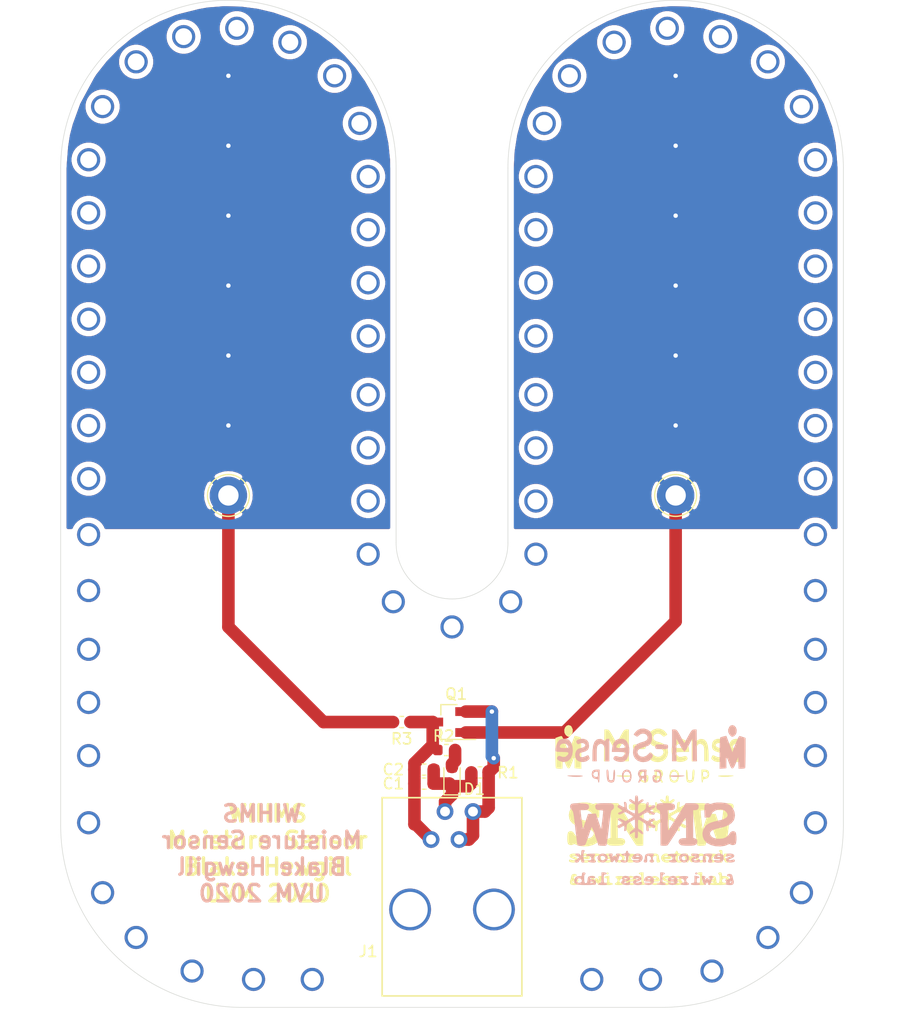
<source format=kicad_pcb>
(kicad_pcb (version 20171130) (host pcbnew "(5.1.4)-1")
  (title_block (date 2020-01-28))
  (layers (0 F.Cu signal) (31 B.Cu signal) (34 B.Paste user) (35 F.Paste user) (36 B.SilkS user) (37 F.SilkS user) (38 B.Mask user) (39 F.Mask user) (44 Edge.Cuts user))
  (net 0 "")
  (net 1 /V+)
  (net 2 GND)
  (net 3 "Net-(D1-Pad2)")
  (net 4 /Vsense)
  (net 5 "Net-(LEAD1-Pad1)")
  (net 6 "Net-(LEAD2-Pad1)")
  (module MountingHole:MountingHole_2.1mm (layer B.Cu) (at 152.4 115.316 180)
    (fp_text reference REF** hide)
    (fp_text value MountingHole_2.1mm)
    (pad "" np_thru_hole circle (at 0 0 180) (size 2.1 2.1) (drill 1.524) (layers *.Cu *.Mask))
  )
  (module I2CbusBoard:Snow (layer B.Cu) (at 170.688 134.874 180)
    (fp_text reference G*** hide)
    (fp_text value LOGO hide)
  )
  (module I2CbusBoard:Snow (layer F.Cu) (at 170.434 134.874)
    (fp_text reference G*** hide)
    (fp_text value LOGO hide)
  )
  (module I2CbusBoard:Msense (layer B.Cu) (at 170.688 126.746 180)
    (fp_text reference G*** hide)
    (fp_text value LOGO hide)
  )
  (module I2CbusBoard:Msense (layer F.Cu) (at 170.18 126.746)
    (fp_text reference G*** hide)
    (fp_text value LOGO hide)
  )
  (module MountingHole:MountingHole_2.1mm (layer B.Cu) (at 128.778 146.558 180)
    (fp_text reference REF** hide)
    (fp_text value MountingHole_2.1mm)
    (pad "" np_thru_hole circle (at 0 0 180) (size 2.1 2.1) (drill 1.524) (layers *.Cu *.Mask))
  )
  (module MountingHole:MountingHole_2.1mm (layer B.Cu) (at 144.780001 99.06 180)
    (fp_text reference REF** hide)
    (fp_text value MountingHole_2.1mm)
    (pad "" np_thru_hole circle (at 0 0 180) (size 2.1 2.1) (drill 1.524) (layers *.Cu *.Mask))
  )
  (module MountingHole:MountingHole_2.1mm (layer B.Cu) (at 144.780001 74.422 180)
    (fp_text reference REF** hide)
    (fp_text value MountingHole_2.1mm)
    (pad "" np_thru_hole circle (at 0 0 180) (size 2.1 2.1) (drill 1.524) (layers *.Cu *.Mask))
  )
  (module MountingHole:MountingHole_2.1mm (layer B.Cu) (at 147.066 113.03 180)
    (fp_text reference REF** hide)
    (fp_text value MountingHole_2.1mm)
    (pad "" np_thru_hole circle (at 0 0 180) (size 2.1 2.1) (drill 1.524) (layers *.Cu *.Mask))
  )
  (module MountingHole:MountingHole_2.1mm (layer B.Cu) (at 144.78 108.712 180)
    (fp_text reference REF** hide)
    (fp_text value MountingHole_2.1mm)
    (pad "" np_thru_hole circle (at 0 0 180) (size 2.1 2.1) (drill 1.524) (layers *.Cu *.Mask))
  )
  (module MountingHole:MountingHole_2.1mm (layer B.Cu) (at 144.780001 88.9 180)
    (fp_text reference REF** hide)
    (fp_text value MountingHole_2.1mm)
    (pad "" np_thru_hole circle (at 0 0 180) (size 2.1 2.1) (drill 1.524) (layers *.Cu *.Mask))
  )
  (module MountingHole:MountingHole_2.1mm (layer B.Cu) (at 144.78 84.074 180)
    (fp_text reference REF** hide)
    (fp_text value MountingHole_2.1mm)
    (pad "" np_thru_hole circle (at 0 0 180) (size 2.1 2.1) (drill 1.524) (layers *.Cu *.Mask))
  )
  (module MountingHole:MountingHole_2.1mm (layer B.Cu) (at 132.841999 60.96 180)
    (fp_text reference REF** hide)
    (fp_text value MountingHole_2.1mm)
    (pad "" np_thru_hole circle (at 0 0 180) (size 2.1 2.1) (drill 1.524) (layers *.Cu *.Mask))
  )
  (module MountingHole:MountingHole_2.1mm (layer B.Cu) (at 128.016 61.721999 180)
    (fp_text reference REF** hide)
    (fp_text value MountingHole_2.1mm)
    (pad "" np_thru_hole circle (at 0 0 180) (size 2.1 2.1) (drill 1.524) (layers *.Cu *.Mask))
  )
  (module MountingHole:MountingHole_2.1mm (layer B.Cu) (at 120.65 68.072 180)
    (fp_text reference REF** hide)
    (fp_text value MountingHole_2.1mm)
    (pad "" np_thru_hole circle (at 0 0 180) (size 2.1 2.1) (drill 1.524) (layers *.Cu *.Mask))
  )
  (module MountingHole:MountingHole_2.1mm (layer B.Cu) (at 119.38 101.854 180)
    (fp_text reference REF** hide)
    (fp_text value MountingHole_2.1mm)
    (pad "" np_thru_hole circle (at 0 0 180) (size 2.1 2.1) (drill 1.524) (layers *.Cu *.Mask))
  )
  (module MountingHole:MountingHole_2.1mm (layer B.Cu) (at 123.698 143.51 180)
    (fp_text reference REF** hide)
    (fp_text value MountingHole_2.1mm)
    (pad "" np_thru_hole circle (at 0 0 180) (size 2.1 2.1) (drill 1.524) (layers *.Cu *.Mask))
  )
  (module MountingHole:MountingHole_2.1mm (layer B.Cu) (at 139.7 147.32 180)
    (fp_text reference REF** hide)
    (fp_text value MountingHole_2.1mm)
    (pad "" np_thru_hole circle (at 0 0 180) (size 2.1 2.1) (drill 1.524) (layers *.Cu *.Mask))
  )
  (module MountingHole:MountingHole_2.1mm (layer B.Cu) (at 137.668 62.23 180)
    (fp_text reference REF** hide)
    (fp_text value MountingHole_2.1mm)
    (pad "" np_thru_hole circle (at 0 0 180) (size 2.1 2.1) (drill 1.524) (layers *.Cu *.Mask))
  )
  (module MountingHole:MountingHole_2.1mm (layer B.Cu) (at 141.732 65.278 180)
    (fp_text reference REF** hide)
    (fp_text value MountingHole_2.1mm)
    (pad "" np_thru_hole circle (at 0 0 180) (size 2.1 2.1) (drill 1.524) (layers *.Cu *.Mask))
  )
  (module MountingHole:MountingHole_2.1mm (layer B.Cu) (at 144.78 79.248 180)
    (fp_text reference REF** hide)
    (fp_text value MountingHole_2.1mm)
    (pad "" np_thru_hole circle (at 0 0 180) (size 2.1 2.1) (drill 1.524) (layers *.Cu *.Mask))
  )
  (module MountingHole:MountingHole_2.1mm (layer B.Cu) (at 123.698 64.008001 180)
    (fp_text reference REF** hide)
    (fp_text value MountingHole_2.1mm)
    (pad "" np_thru_hole circle (at 0 0 180) (size 2.1 2.1) (drill 1.524) (layers *.Cu *.Mask))
  )
  (module MountingHole:MountingHole_2.1mm (layer B.Cu) (at 119.38 77.724 180)
    (fp_text reference REF** hide)
    (fp_text value MountingHole_2.1mm)
    (pad "" np_thru_hole circle (at 0 0 180) (size 2.1 2.1) (drill 1.524) (layers *.Cu *.Mask))
  )
  (module MountingHole:MountingHole_2.1mm (layer B.Cu) (at 144.78 103.886 180)
    (fp_text reference REF** hide)
    (fp_text value MountingHole_2.1mm)
    (pad "" np_thru_hole circle (at 0 0 180) (size 2.1 2.1) (drill 1.524) (layers *.Cu *.Mask))
  )
  (module MountingHole:MountingHole_2.1mm (layer B.Cu) (at 119.379999 82.55 180)
    (fp_text reference REF** hide)
    (fp_text value MountingHole_2.1mm)
    (pad "" np_thru_hole circle (at 0 0 180) (size 2.1 2.1) (drill 1.524) (layers *.Cu *.Mask))
  )
  (module MountingHole:MountingHole_2.1mm (layer B.Cu) (at 119.38 117.348 180)
    (fp_text reference REF** hide)
    (fp_text value MountingHole_2.1mm)
    (pad "" np_thru_hole circle (at 0 0 180) (size 2.1 2.1) (drill 1.524) (layers *.Cu *.Mask))
  )
  (module MountingHole:MountingHole_2.1mm (layer B.Cu) (at 119.38 72.898 180)
    (fp_text reference REF** hide)
    (fp_text value MountingHole_2.1mm)
    (pad "" np_thru_hole circle (at 0 0 180) (size 2.1 2.1) (drill 1.524) (layers *.Cu *.Mask))
  )
  (module MountingHole:MountingHole_2.1mm (layer B.Cu) (at 119.38 133.096 180)
    (fp_text reference REF** hide)
    (fp_text value MountingHole_2.1mm)
    (pad "" np_thru_hole circle (at 0 0 180) (size 2.1 2.1) (drill 1.524) (layers *.Cu *.Mask))
  )
  (module MountingHole:MountingHole_2.1mm (layer B.Cu) (at 119.38 87.376 180)
    (fp_text reference REF** hide)
    (fp_text value MountingHole_2.1mm)
    (pad "" np_thru_hole circle (at 0 0 180) (size 2.1 2.1) (drill 1.524) (layers *.Cu *.Mask))
  )
  (module MountingHole:MountingHole_2.1mm (layer B.Cu) (at 119.38 112.014 180)
    (fp_text reference REF** hide)
    (fp_text value MountingHole_2.1mm)
    (pad "" np_thru_hole circle (at 0 0 180) (size 2.1 2.1) (drill 1.524) (layers *.Cu *.Mask))
  )
  (module MountingHole:MountingHole_2.1mm (layer B.Cu) (at 120.65 139.445999 180)
    (fp_text reference REF** hide)
    (fp_text value MountingHole_2.1mm)
    (pad "" np_thru_hole circle (at 0 0 180) (size 2.1 2.1) (drill 1.524) (layers *.Cu *.Mask))
  )
  (module MountingHole:MountingHole_2.1mm (layer B.Cu) (at 119.379999 97.028 180)
    (fp_text reference REF** hide)
    (fp_text value MountingHole_2.1mm)
    (pad "" np_thru_hole circle (at 0 0 180) (size 2.1 2.1) (drill 1.524) (layers *.Cu *.Mask))
  )
  (module MountingHole:MountingHole_2.1mm (layer B.Cu) (at 119.38 106.934 180)
    (fp_text reference REF** hide)
    (fp_text value MountingHole_2.1mm)
    (pad "" np_thru_hole circle (at 0 0 180) (size 2.1 2.1) (drill 1.524) (layers *.Cu *.Mask))
  )
  (module MountingHole:MountingHole_2.1mm (layer B.Cu) (at 144.78 94.234 180)
    (fp_text reference REF** hide)
    (fp_text value MountingHole_2.1mm)
    (pad "" np_thru_hole circle (at 0 0 180) (size 2.1 2.1) (drill 1.524) (layers *.Cu *.Mask))
  )
  (module MountingHole:MountingHole_2.1mm (layer B.Cu) (at 119.38 127 180)
    (fp_text reference REF** hide)
    (fp_text value MountingHole_2.1mm)
    (pad "" np_thru_hole circle (at 0 0 180) (size 2.1 2.1) (drill 1.524) (layers *.Cu *.Mask))
  )
  (module MountingHole:MountingHole_2.1mm (layer B.Cu) (at 144.018 69.596 180)
    (fp_text reference REF** hide)
    (fp_text value MountingHole_2.1mm)
    (pad "" np_thru_hole circle (at 0 0 180) (size 2.1 2.1) (drill 1.524) (layers *.Cu *.Mask))
  )
  (module MountingHole:MountingHole_2.1mm (layer B.Cu) (at 134.366 147.32 180)
    (fp_text reference REF** hide)
    (fp_text value MountingHole_2.1mm)
    (pad "" np_thru_hole circle (at 0 0 180) (size 2.1 2.1) (drill 1.524) (layers *.Cu *.Mask))
  )
  (module MountingHole:MountingHole_2.1mm (layer B.Cu) (at 119.38 92.202 180)
    (fp_text reference REF** hide)
    (fp_text value MountingHole_2.1mm)
    (pad "" np_thru_hole circle (at 0 0 180) (size 2.1 2.1) (drill 1.524) (layers *.Cu *.Mask))
  )
  (module MountingHole:MountingHole_2.1mm (layer B.Cu) (at 119.379999 122.174 180)
    (fp_text reference REF** hide)
    (fp_text value MountingHole_2.1mm)
    (pad "" np_thru_hole circle (at 0 0 180) (size 2.1 2.1) (drill 1.524) (layers *.Cu *.Mask))
  )
  (module MountingHole:MountingHole_2.1mm (layer F.Cu) (at 157.734 113.03)
    (fp_text reference REF** hide)
    (fp_text value MountingHole_2.1mm)
    (pad "" np_thru_hole circle (at 0 0) (size 2.1 2.1) (drill 1.524) (layers *.Cu *.Mask))
  )
  (module MountingHole:MountingHole_2.1mm (layer F.Cu) (at 160.02 108.712)
    (fp_text reference REF** hide)
    (fp_text value MountingHole_2.1mm)
    (pad "" np_thru_hole circle (at 0 0) (size 2.1 2.1) (drill 1.524) (layers *.Cu *.Mask))
  )
  (module MountingHole:MountingHole_2.1mm (layer F.Cu) (at 160.02 99.06)
    (fp_text reference REF** hide)
    (fp_text value MountingHole_2.1mm)
    (pad "" np_thru_hole circle (at 0 0) (size 2.1 2.1) (drill 1.524) (layers *.Cu *.Mask))
  )
  (module MountingHole:MountingHole_2.1mm (layer F.Cu) (at 160.02 88.9)
    (fp_text reference REF** hide)
    (fp_text value MountingHole_2.1mm)
    (pad "" np_thru_hole circle (at 0 0) (size 2.1 2.1) (drill 1.524) (layers *.Cu *.Mask))
  )
  (module MountingHole:MountingHole_2.1mm (layer F.Cu) (at 160.02 84.074)
    (fp_text reference REF** hide)
    (fp_text value MountingHole_2.1mm)
    (pad "" np_thru_hole circle (at 0 0) (size 2.1 2.1) (drill 1.524) (layers *.Cu *.Mask))
  )
  (module MountingHole:MountingHole_2.1mm (layer F.Cu) (at 160.02 74.422)
    (fp_text reference REF** hide)
    (fp_text value MountingHole_2.1mm)
    (pad "" np_thru_hole circle (at 0 0) (size 2.1 2.1) (drill 1.524) (layers *.Cu *.Mask))
  )
  (module MountingHole:MountingHole_2.1mm (layer F.Cu) (at 160.782 69.596)
    (fp_text reference REF** hide)
    (fp_text value MountingHole_2.1mm)
    (pad "" np_thru_hole circle (at 0 0) (size 2.1 2.1) (drill 1.524) (layers *.Cu *.Mask))
  )
  (module MountingHole:MountingHole_2.1mm (layer F.Cu) (at 171.958 60.96)
    (fp_text reference REF** hide)
    (fp_text value MountingHole_2.1mm)
    (pad "" np_thru_hole circle (at 0 0) (size 2.1 2.1) (drill 1.524) (layers *.Cu *.Mask))
  )
  (module MountingHole:MountingHole_2.1mm (layer F.Cu) (at 176.784 61.722)
    (fp_text reference REF** hide)
    (fp_text value MountingHole_2.1mm)
    (pad "" np_thru_hole circle (at 0 0) (size 2.1 2.1) (drill 1.524) (layers *.Cu *.Mask))
  )
  (module MountingHole:MountingHole_2.1mm (layer F.Cu) (at 184.15 68.072)
    (fp_text reference REF** hide)
    (fp_text value MountingHole_2.1mm)
    (pad "" np_thru_hole circle (at 0 0) (size 2.1 2.1) (drill 1.524) (layers *.Cu *.Mask))
  )
  (module MountingHole:MountingHole_2.1mm (layer F.Cu) (at 185.42 72.898)
    (fp_text reference REF** hide)
    (fp_text value MountingHole_2.1mm)
    (pad "" np_thru_hole circle (at 0 0) (size 2.1 2.1) (drill 1.524) (layers *.Cu *.Mask))
  )
  (module MountingHole:MountingHole_2.1mm (layer F.Cu) (at 185.42 87.376)
    (fp_text reference REF** hide)
    (fp_text value MountingHole_2.1mm)
    (pad "" np_thru_hole circle (at 0 0) (size 2.1 2.1) (drill 1.524) (layers *.Cu *.Mask))
  )
  (module MountingHole:MountingHole_2.1mm (layer F.Cu) (at 185.42 97.028)
    (fp_text reference REF** hide)
    (fp_text value MountingHole_2.1mm)
    (pad "" np_thru_hole circle (at 0 0) (size 2.1 2.1) (drill 1.524) (layers *.Cu *.Mask))
  )
  (module MountingHole:MountingHole_2.1mm (layer F.Cu) (at 185.42 101.854)
    (fp_text reference REF** hide)
    (fp_text value MountingHole_2.1mm)
    (pad "" np_thru_hole circle (at 0 0) (size 2.1 2.1) (drill 1.524) (layers *.Cu *.Mask))
  )
  (module MountingHole:MountingHole_2.1mm (layer F.Cu) (at 185.42 112.014)
    (fp_text reference REF** hide)
    (fp_text value MountingHole_2.1mm)
    (pad "" np_thru_hole circle (at 0 0) (size 2.1 2.1) (drill 1.524) (layers *.Cu *.Mask))
  )
  (module MountingHole:MountingHole_2.1mm (layer F.Cu) (at 185.42 122.174)
    (fp_text reference REF** hide)
    (fp_text value MountingHole_2.1mm)
    (pad "" np_thru_hole circle (at 0 0) (size 2.1 2.1) (drill 1.524) (layers *.Cu *.Mask))
  )
  (module MountingHole:MountingHole_2.1mm (layer F.Cu) (at 185.42 133.096)
    (fp_text reference REF** hide)
    (fp_text value MountingHole_2.1mm)
    (pad "" np_thru_hole circle (at 0 0) (size 2.1 2.1) (drill 1.524) (layers *.Cu *.Mask))
  )
  (module MountingHole:MountingHole_2.1mm (layer F.Cu) (at 181.102 143.51)
    (fp_text reference REF** hide)
    (fp_text value MountingHole_2.1mm)
    (pad "" np_thru_hole circle (at 0 0) (size 2.1 2.1) (drill 1.524) (layers *.Cu *.Mask))
  )
  (module MountingHole:MountingHole_2.1mm (layer F.Cu) (at 170.434 147.32)
    (fp_text reference REF** hide)
    (fp_text value MountingHole_2.1mm)
    (pad "" np_thru_hole circle (at 0 0) (size 2.1 2.1) (drill 1.524) (layers *.Cu *.Mask))
  )
  (module MountingHole:MountingHole_2.1mm (layer F.Cu) (at 160.02 103.886)
    (fp_text reference REF** hide)
    (fp_text value MountingHole_2.1mm)
    (pad "" np_thru_hole circle (at 0 0) (size 2.1 2.1) (drill 1.524) (layers *.Cu *.Mask))
  )
  (module MountingHole:MountingHole_2.1mm (layer F.Cu) (at 160.02 94.234)
    (fp_text reference REF** hide)
    (fp_text value MountingHole_2.1mm)
    (pad "" np_thru_hole circle (at 0 0) (size 2.1 2.1) (drill 1.524) (layers *.Cu *.Mask))
  )
  (module MountingHole:MountingHole_2.1mm (layer F.Cu) (at 160.02 79.248)
    (fp_text reference REF** hide)
    (fp_text value MountingHole_2.1mm)
    (pad "" np_thru_hole circle (at 0 0) (size 2.1 2.1) (drill 1.524) (layers *.Cu *.Mask))
  )
  (module MountingHole:MountingHole_2.1mm (layer F.Cu) (at 163.068 65.278)
    (fp_text reference REF** hide)
    (fp_text value MountingHole_2.1mm)
    (pad "" np_thru_hole circle (at 0 0) (size 2.1 2.1) (drill 1.524) (layers *.Cu *.Mask))
  )
  (module MountingHole:MountingHole_2.1mm (layer F.Cu) (at 167.132 62.23)
    (fp_text reference REF** hide)
    (fp_text value MountingHole_2.1mm)
    (pad "" np_thru_hole circle (at 0 0) (size 2.1 2.1) (drill 1.524) (layers *.Cu *.Mask))
  )
  (module MountingHole:MountingHole_2.1mm (layer F.Cu) (at 181.102 64.008)
    (fp_text reference REF** hide)
    (fp_text value MountingHole_2.1mm)
    (pad "" np_thru_hole circle (at 0 0) (size 2.1 2.1) (drill 1.524) (layers *.Cu *.Mask))
  )
  (module MountingHole:MountingHole_2.1mm (layer F.Cu) (at 185.42 77.724)
    (fp_text reference REF** hide)
    (fp_text value MountingHole_2.1mm)
    (pad "" np_thru_hole circle (at 0 0) (size 2.1 2.1) (drill 1.524) (layers *.Cu *.Mask))
  )
  (module MountingHole:MountingHole_2.1mm (layer F.Cu) (at 185.42 82.55)
    (fp_text reference REF** hide)
    (fp_text value MountingHole_2.1mm)
    (pad "" np_thru_hole circle (at 0 0) (size 2.1 2.1) (drill 1.524) (layers *.Cu *.Mask))
  )
  (module MountingHole:MountingHole_2.1mm (layer F.Cu) (at 185.42 92.202)
    (fp_text reference REF** hide)
    (fp_text value MountingHole_2.1mm)
    (pad "" np_thru_hole circle (at 0 0) (size 2.1 2.1) (drill 1.524) (layers *.Cu *.Mask))
  )
  (module MountingHole:MountingHole_2.1mm (layer F.Cu) (at 185.42 106.934)
    (fp_text reference REF** hide)
    (fp_text value MountingHole_2.1mm)
    (pad "" np_thru_hole circle (at 0 0) (size 2.1 2.1) (drill 1.524) (layers *.Cu *.Mask))
  )
  (module MountingHole:MountingHole_2.1mm (layer F.Cu) (at 185.42 117.348)
    (fp_text reference REF** hide)
    (fp_text value MountingHole_2.1mm)
    (pad "" np_thru_hole circle (at 0 0) (size 2.1 2.1) (drill 1.524) (layers *.Cu *.Mask))
  )
  (module MountingHole:MountingHole_2.1mm (layer F.Cu) (at 185.42 127)
    (fp_text reference REF** hide)
    (fp_text value MountingHole_2.1mm)
    (pad "" np_thru_hole circle (at 0 0) (size 2.1 2.1) (drill 1.524) (layers *.Cu *.Mask))
  )
  (module MountingHole:MountingHole_2.1mm (layer F.Cu) (at 184.15 139.446)
    (fp_text reference REF** hide)
    (fp_text value MountingHole_2.1mm)
    (pad "" np_thru_hole circle (at 0 0) (size 2.1 2.1) (drill 1.524) (layers *.Cu *.Mask))
  )
  (module MountingHole:MountingHole_2.1mm (layer F.Cu) (at 165.1 147.32)
    (fp_text reference REF** hide)
    (fp_text value MountingHole_2.1mm)
    (pad "" np_thru_hole circle (at 0 0) (size 2.1 2.1) (drill 1.524) (layers *.Cu *.Mask))
  )
  (module MountingHole:MountingHole_2.1mm (layer F.Cu) (at 176.022 146.558)
    (fp_text reference REF** hide)
    (fp_text value MountingHole_2.1mm)
    (pad "" np_thru_hole circle (at 0 0) (size 2.1 2.1) (drill 1.524) (layers *.Cu *.Mask))
  )
  (module Capacitor_SMD:C_0603_1608Metric_Pad1.05x0.95mm_HandSolder (layer F.Cu) (at 149.86 129.54)
    (fp_text reference C1 (at -2.794 0) (layer F.SilkS))
    (fp_text value C)
    (pad 1 smd roundrect (at -0.875 0) (size 1.05 0.95) (layers F.Cu F.Paste F.Mask) (net 1 /V+))
    (pad 2 smd roundrect (at 0.875 0) (size 1.05 0.95) (layers F.Cu F.Paste F.Mask) (net 2 GND))
  )
  (module Capacitor_SMD:C_0603_1608Metric_Pad1.05x0.95mm_HandSolder (layer F.Cu) (at 149.86 128.27)
    (fp_text reference C2 (at -2.794 0) (layer F.SilkS))
    (fp_text value C)
    (pad 2 smd roundrect (at 0.875 0) (size 1.05 0.95) (layers F.Cu F.Paste F.Mask) (net 2 GND))
    (pad 1 smd roundrect (at -0.875 0) (size 1.05 0.95) (layers F.Cu F.Paste F.Mask) (net 1 /V+))
  )
  (module LED_SMD:LED_0603_1608Metric_Pad1.05x0.95mm_HandSolder (layer F.Cu) (at 152.4 128.905 90)
    (fp_text reference D1 (at -1.143 2.032 180) (layer F.SilkS))
    (fp_text value LED)
    (pad 1 smd roundrect (at -0.875 0 90) (size 1.05 0.95) (layers F.Cu F.Paste F.Mask) (net 2 GND))
    (pad 2 smd roundrect (at 0.875 0 90) (size 1.05 0.95) (layers F.Cu F.Paste F.Mask) (net 3 "Net-(D1-Pad2)"))
  )
  (module I2CbusBoard:4p4c (layer F.Cu) (at 152.4 140.97)
    (fp_text reference J1 (at -7.62 3.81) (layer F.SilkS))
    (fp_text value 4P4C)
    (pad 1 thru_hole circle (at -1.905 -6.35) (size 1.524 1.524) (drill 0.9) (layers *.Cu *.Mask) (net 1 /V+))
    (pad 2 thru_hole circle (at -0.635 -8.89) (size 1.524 1.524) (drill 0.9) (layers *.Cu *.Mask) (net 2 GND))
    (pad 4 thru_hole circle (at 1.905 -8.89) (size 1.524 1.524) (drill 0.9) (layers *.Cu *.Mask) (net 4 /Vsense))
    (pad 3 thru_hole circle (at 0.635 -6.35) (size 1.524 1.524) (drill 0.9) (layers *.Cu *.Mask) (net 4 /Vsense))
    (pad 5 thru_hole circle (at 3.81 0) (size 3.8 3.8) (drill 3.2) (layers *.Cu *.Mask))
    (pad 5 thru_hole circle (at -3.81 0) (size 3.8 3.8) (drill 3.2) (layers *.Cu *.Mask))
  )
  (module Package_TO_SOT_SMD:SOT-23_Handsoldering (layer F.Cu) (at 152.146 123.952 180)
    (fp_text reference Q1 (at -0.635 2.54) (layer F.SilkS))
    (fp_text value S8050)
    (pad 1 smd rect (at -1.5 -0.95 180) (size 1.9 0.8) (layers F.Cu F.Paste F.Mask) (net 5 "Net-(LEAD1-Pad1)"))
    (pad 2 smd rect (at -1.5 0.95 180) (size 1.9 0.8) (layers F.Cu F.Paste F.Mask) (net 4 /Vsense))
    (pad 3 smd rect (at 1.5 0 180) (size 1.9 0.8) (layers F.Cu F.Paste F.Mask) (net 1 /V+))
  )
  (module Resistor_SMD:R_0603_1608Metric (layer F.Cu) (at 154.94 128.524)
    (fp_text reference R1 (at 2.54 0.025501) (layer F.SilkS))
    (fp_text value R)
    (pad 2 smd roundrect (at 0.7875 0) (size 0.875 0.95) (layers F.Cu F.Paste F.Mask) (net 4 /Vsense))
    (pad 1 smd roundrect (at -0.7875 0) (size 0.875 0.95) (layers F.Cu F.Paste F.Mask) (net 2 GND))
  )
  (module Resistor_SMD:R_0603_1608Metric (layer F.Cu) (at 151.892 126.492 180)
    (fp_text reference R2 (at 0.254 1.27) (layer F.SilkS))
    (fp_text value NC)
    (pad 1 smd roundrect (at -0.7875 0 180) (size 0.875 0.95) (layers F.Cu F.Paste F.Mask) (net 3 "Net-(D1-Pad2)"))
    (pad 2 smd roundrect (at 0.7875 0 180) (size 0.875 0.95) (layers F.Cu F.Paste F.Mask) (net 1 /V+))
  )
  (module Resistor_SMD:R_0603_1608Metric (layer F.Cu) (at 147.828 123.952)
    (fp_text reference R3 (at 0 1.524) (layer F.SilkS))
    (fp_text value R)
    (pad 1 smd roundrect (at -0.7875 0) (size 0.875 0.95) (layers F.Cu F.Paste F.Mask) (net 6 "Net-(LEAD2-Pad1)"))
    (pad 2 smd roundrect (at 0.7875 0) (size 0.875 0.95) (layers F.Cu F.Paste F.Mask) (net 1 /V+))
  )
  (module TestPoint:TestPoint_Loop_D2.50mm_Drill1.85mm (layer F.Cu) (at 172.72 103.378)
    (fp_text reference LEAD1 hide)
    (fp_text value Lead2)
    (pad 1 thru_hole circle (at 0 0) (size 3.4 3.4) (drill 1.85) (layers *.Cu *.Mask) (net 5 "Net-(LEAD1-Pad1)"))
  )
  (module TestPoint:TestPoint_Loop_D2.50mm_Drill1.85mm (layer F.Cu) (at 132.08 103.378)
    (fp_text reference LEAD2 hide)
    (fp_text value Lead1)
    (pad 1 thru_hole circle (at 0 0) (size 3.4 3.4) (drill 1.85) (layers *.Cu *.Mask) (net 6 "Net-(LEAD2-Pad1)"))
  )
  (gr_text "WIHMS\nMoisture Sensor\nBlake Hewgill\nUVM 2020" (at 135.128 135.89) (layer B.SilkS) (effects (font (size 1.5 1.5) (thickness 0.3)) (justify mirror)))
  (gr_text "WIHMS\nMoisture Sensor\nBlake Hewgill\nUVM 2020" (at 135.636 135.89) (layer F.SilkS) (effects (font (size 1.5 1.5) (thickness 0.3))))
  (gr_arc (start 152.4 107.696) (end 147.32 107.696) (angle -180) (layer Edge.Cuts) (width 0.05))
  (gr_line (start 133.35 149.86) (end 171.45 149.86) (layer Edge.Cuts) (width 0.05))
  (gr_arc (start 171.45 133.35) (end 171.45 149.86) (angle -90) (layer Edge.Cuts) (width 0.05))
  (gr_arc (start 133.35 133.35) (end 116.84 133.35) (angle -90) (layer Edge.Cuts) (width 0.05))
  (gr_line (start 157.48 73.66) (end 157.48 107.696) (layer Edge.Cuts) (width 0.05))
  (gr_line (start 147.32 73.66) (end 147.32 107.696) (layer Edge.Cuts) (width 0.05))
  (gr_arc (start 132.08 73.66) (end 147.32 73.66) (angle -180) (layer Edge.Cuts) (width 0.05))
  (gr_arc (start 172.72 73.66) (end 187.96 73.66) (angle -180) (layer Edge.Cuts) (width 0.05))
  (gr_line (start 187.96 133.35) (end 187.96 73.66) (layer Edge.Cuts) (width 0.05))
  (gr_line (start 116.84 73.66) (end 116.84 133.35) (layer Edge.Cuts) (width 0.05))
  (segment (start 148.985 128.27) (end 148.985 129.54) (width 1.143) (layer F.Cu) (net 1))
  (segment (start 148.985 129.54) (end 148.985 133.237) (width 1.143) (layer F.Cu) (net 1))
  (segment (start 149.112 133.237) (end 150.495 134.62) (width 1.143) (layer F.Cu) (net 1))
  (segment (start 148.985 133.237) (end 149.112 133.237) (width 1.143) (layer F.Cu) (net 1))
  (segment (start 150.646 126.034) (end 150.646 123.952) (width 1.143) (layer F.Cu) (net 1))
  (segment (start 148.985 128.27) (end 148.985 127.695) (width 1.143) (layer F.Cu) (net 1))
  (segment (start 148.985 127.695) (end 150.646 126.034) (width 1.143) (layer F.Cu) (net 1))
  (segment (start 148.6155 123.952) (end 150.646 123.952) (width 1.143) (layer F.Cu) (net 1))
  (segment (start 150.735 128.27) (end 150.735 129.54) (width 1.143) (layer F.Cu) (net 2))
  (segment (start 152.16 129.54) (end 152.4 129.78) (width 1.143) (layer F.Cu) (net 2))
  (segment (start 150.735 129.54) (end 152.16 129.54) (width 1.143) (layer F.Cu) (net 2))
  (segment (start 151.765 132.08) (end 151.765 131.191) (width 1.143) (layer F.Cu) (net 2))
  (segment (start 152.4 130.556) (end 152.4 129.78) (width 1.143) (layer F.Cu) (net 2))
  (segment (start 151.765 131.191) (end 152.4 130.556) (width 1.143) (layer F.Cu) (net 2))
  (segment (start 154.1525 128.524) (end 154.1525 129.5145) (width 1.143) (layer F.Cu) (net 2))
  (segment (start 153.887 129.78) (end 152.4 129.78) (width 1.143) (layer F.Cu) (net 2))
  (segment (start 154.1525 129.5145) (end 153.887 129.78) (width 1.143) (layer F.Cu) (net 2))
  (segment (start 152.4 128.03) (end 152.4 127.762) (width 1.143) (layer F.Cu) (net 3))
  (segment (start 152.6795 127.4825) (end 152.6795 126.492) (width 1.143) (layer F.Cu) (net 3))
  (segment (start 152.4 127.762) (end 152.6795 127.4825) (width 1.143) (layer F.Cu) (net 3))
  (segment (start 153.035 134.62) (end 153.924 134.62) (width 1.143) (layer F.Cu) (net 4))
  (segment (start 154.305 134.239) (end 154.305 132.08) (width 1.143) (layer F.Cu) (net 4))
  (segment (start 153.924 134.62) (end 154.305 134.239) (width 1.143) (layer F.Cu) (net 4))
  (segment (start 155.7275 131.73513) (end 155.7275 128.524) (width 1.143) (layer F.Cu) (net 4))
  (segment (start 154.305 132.08) (end 155.38263 132.08) (width 1.143) (layer F.Cu) (net 4))
  (segment (start 155.38263 132.08) (end 155.7275 131.73513) (width 1.143) (layer F.Cu) (net 4))
  (segment (start 155.7275 128.524) (end 155.7275 128.425501) (width 1.143) (layer F.Cu) (net 4))
  (segment (start 153.646 123.002) (end 156.022 123.002) (width 1.143) (layer F.Cu) (net 4))
  (segment (start 156.189112 128.062388) (end 156.189112 127.233112) (width 1.143) (layer F.Cu) (net 4))
  (segment (start 155.7275 128.524) (end 156.189112 128.062388) (width 1.143) (layer F.Cu) (net 4))
  (segment (start 156.022 123.002) (end 156.022 123.002) (width 1.143) (layer F.Cu) (net 4))
  (via (at 156.022 123.002) (size 0.8) (drill 0.4) (layers F.Cu B.Cu) (net 4))
  (segment (start 156.189112 127.233112) (end 156.189112 127.233112) (width 1.143) (layer F.Cu) (net 4))
  (via (at 156.189112 127.233112) (size 0.8) (drill 0.4) (layers F.Cu B.Cu) (net 4))
  (segment (start 156.022 127.066) (end 156.189112 127.233112) (width 1.143) (layer B.Cu) (net 4))
  (segment (start 156.022 123.002) (end 156.022 127.066) (width 1.143) (layer B.Cu) (net 4))
  (via (at 172.72 97.028) (size 0.8) (drill 0.4) (layers F.Cu B.Cu) (net 5))
  (via (at 172.72 90.678) (size 0.8) (drill 0.4) (layers F.Cu B.Cu) (net 5))
  (via (at 172.72 84.328) (size 0.8) (drill 0.4) (layers F.Cu B.Cu) (net 5))
  (via (at 172.72 77.978) (size 0.8) (drill 0.4) (layers F.Cu B.Cu) (net 5))
  (via (at 172.72 71.628) (size 0.8) (drill 0.4) (layers F.Cu B.Cu) (net 5))
  (via (at 172.72 65.278) (size 0.8) (drill 0.4) (layers F.Cu B.Cu) (net 5))
  (segment (start 162.626 124.902) (end 153.646 124.902) (width 1.143) (layer F.Cu) (net 5))
  (segment (start 172.72 103.378) (end 172.72 114.808) (width 1.143) (layer F.Cu) (net 5))
  (segment (start 172.72 114.808) (end 162.626 124.902) (width 1.143) (layer F.Cu) (net 5))
  (segment (start 147.0405 123.952) (end 140.716 123.952) (width 1.143) (layer F.Cu) (net 6))
  (segment (start 140.716 123.952) (end 132.08 115.316) (width 1.143) (layer F.Cu) (net 6))
  (segment (start 132.08 115.316) (end 132.08 103.378) (width 1.143) (layer F.Cu) (net 6))
  (via (at 132.08 97.028) (size 0.8) (drill 0.4) (layers F.Cu B.Cu) (net 6))
  (via (at 132.08 90.678) (size 0.8) (drill 0.4) (layers F.Cu B.Cu) (net 6))
  (via (at 132.08 84.328) (size 0.8) (drill 0.4) (layers F.Cu B.Cu) (net 6))
  (via (at 132.08 77.978) (size 0.8) (drill 0.4) (layers F.Cu B.Cu) (net 6))
  (via (at 132.08 71.628) (size 0.8) (drill 0.4) (layers F.Cu B.Cu) (net 6))
  (via (at 132.08 65.278) (size 0.8) (drill 0.4) (layers F.Cu B.Cu) (net 6))
  (zone (net 5) (net_name "Net-(LEAD1-Pad1)") (layer F.Cu) (connect_pads (clearance 0.508)) (min_thickness 0.254) (fill yes (arc_segments 32) (thermal_gap 0.508) (thermal_bridge_width 0.508))
    (polygon (pts (xy 157.734 106.426) (xy 187.452 106.426) (xy 187.452 73.914) (xy 187.198 70.612) (xy 186.182 67.818) (xy 184.404 64.516) (xy 181.61 61.722) (xy 178.308 59.944) (xy 174.244 58.928) (xy 169.926 58.928) (xy 165.862 60.452) (xy 162.56 62.738) (xy 159.766 66.04) (xy 157.988 70.612) (xy 157.734 73.66)))
  )
  (zone (net 5) (net_name "Net-(LEAD1-Pad1)") (layer B.Cu) (connect_pads (clearance 0.508)) (min_thickness 0.254) (fill yes (arc_segments 32) (thermal_gap 0.508) (thermal_bridge_width 0.508))
    (polygon (pts (xy 157.734 106.426) (xy 187.452 106.426) (xy 187.452 73.914) (xy 187.198 70.612) (xy 186.182 67.818) (xy 184.404 64.516) (xy 181.61 61.722) (xy 178.308 59.944) (xy 174.244 58.928) (xy 169.926 58.928) (xy 165.862 60.452) (xy 162.56 62.738) (xy 159.766 66.04) (xy 157.988 70.612) (xy 157.734 73.66)))
  )
  (zone (net 6) (net_name "Net-(LEAD2-Pad1)") (layer B.Cu) (connect_pads (clearance 0.508)) (min_thickness 0.254) (fill yes (arc_segments 32) (thermal_gap 0.508) (thermal_bridge_width 0.508))
    (polygon (pts (xy 147.066 106.426) (xy 117.347999 106.426) (xy 117.348 73.914) (xy 117.602 70.612) (xy 118.618 67.817999) (xy 120.396 64.516) (xy 123.19 61.722) (xy 126.492 59.944) (xy 130.556 58.928) (xy 134.874 58.928) (xy 138.938 60.452) (xy 142.239999 62.738) (xy 145.034 66.04) (xy 146.812 70.612) (xy 147.066 73.66)))
  )
  (zone (net 6) (net_name "Net-(LEAD2-Pad1)") (layer F.Cu) (connect_pads (clearance 0.508)) (min_thickness 0.254) (fill yes (arc_segments 32) (thermal_gap 0.508) (thermal_bridge_width 0.508))
    (polygon (pts (xy 147.066 106.426) (xy 117.347999 106.426) (xy 117.348 73.914) (xy 117.602 70.612) (xy 118.618 67.817999) (xy 120.396 64.516) (xy 123.19 61.722) (xy 126.492 59.944) (xy 130.556 58.928) (xy 134.874 58.928) (xy 138.938 60.452) (xy 142.239999 62.738) (xy 145.034 66.04) (xy 146.812 70.612) (xy 147.066 73.66)))
  )
)
</source>
